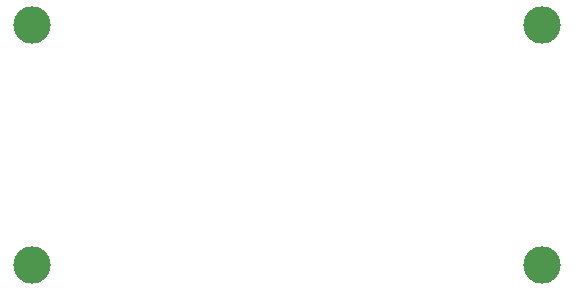
<source format=gbr>
G04 PROTEUS GERBER X2 FILE*
%TF.GenerationSoftware,Labcenter,Proteus,8.12-SP0-Build30713*%
%TF.CreationDate,2021-08-18T10:50:26+00:00*%
%TF.FileFunction,NonPlated,1,2,NPTH*%
%TF.FilePolarity,Positive*%
%TF.Part,Single*%
%TF.SameCoordinates,{1126c40f-75b5-4c09-85ec-5eb4484ec5f3}*%
%FSLAX45Y45*%
%MOMM*%
G01*
%TA.AperFunction,ComponentDrill*%
%ADD139C,3.175000*%
%TD.AperFunction*%
D139*
X+2179000Y+4846000D03*
X+2179000Y+2814000D03*
X-2139000Y+2814000D03*
X-2139000Y+4846000D03*
M02*

</source>
